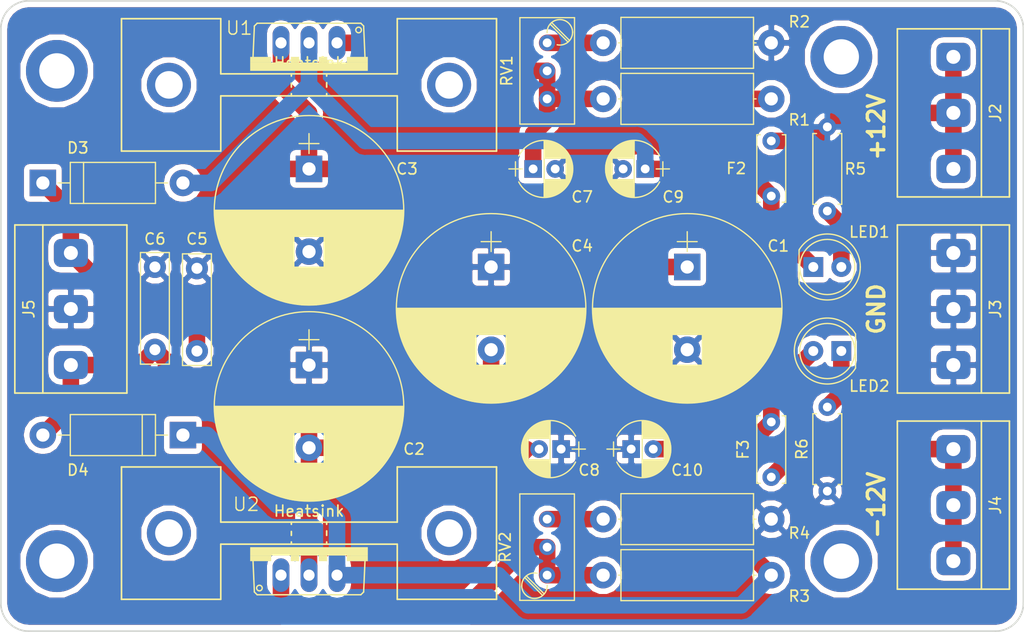
<source format=kicad_pcb>
(kicad_pcb (version 20171130) (host pcbnew "(5.0.0)")
  (layers (0 F.Cu signal) (31 B.Cu signal) (34 B.Paste user) (35 F.Paste user) (36 B.SilkS user) (37 F.SilkS user) (38 B.Mask user) (39 F.Mask user) (44 Edge.Cuts user))
  (net 0 "")
  (net 1 GND)
  (net 2 "Net-(C7-Pad1)")
  (net 3 "Net-(C10-Pad2)")
  (net 4 "Net-(C9-Pad1)")
  (net 5 "Net-(F2-Pad1)")
  (net 6 "Net-(F3-Pad1)")
  (net 7 "Net-(LED1-Pad2)")
  (net 8 "Net-(LED2-Pad1)")
  (net 9 "Net-(R2-Pad1)")
  (net 10 "Net-(R3-Pad2)")
  (net 11 +12_IN)
  (net 12 -12_IN)
  (net 13 "Net-(C8-Pad2)")
  (module Mounting_Holes:MountingHole_3.2mm_M3_DIN965_Pad (layer F.Cu) (at 139.7 63.5)
    (fp_text reference "" (at 0 -3.8) (layer F.SilkS))
    (fp_text value MountingHole_3.2mm_M3_DIN965_Pad)
    (pad "" thru_hole circle (at 0 0) (size 5.6 5.6) (drill 3.2) (layers *.Cu *.Mask))
  )
  (module Mounting_Holes:MountingHole_3.2mm_M3_DIN965_Pad (layer F.Cu) (at 68.58 64.77)
    (fp_text reference "" (at 0 -3.8) (layer F.SilkS))
    (fp_text value MountingHole_3.2mm_M3_DIN965_Pad)
    (pad "" thru_hole circle (at 0 0) (size 5.6 5.6) (drill 3.2) (layers *.Cu *.Mask))
  )
  (module Mounting_Holes:MountingHole_3.2mm_M3_DIN965_Pad (layer F.Cu) (at 139.7 109.22)
    (fp_text reference "" (at 0 -3.8) (layer F.SilkS))
    (fp_text value MountingHole_3.2mm_M3_DIN965_Pad)
    (pad "" thru_hole circle (at 0 0) (size 5.6 5.6) (drill 3.2) (layers *.Cu *.Mask))
  )
  (module "MojaBiblioteka:ALUMINIJUMSKI HLADNJAK TO-220_25" (layer F.Cu) (at 91.44 66.04)
    (fp_text reference Heatsink (at 0 -2) (layer F.SilkS))
    (fp_text value "ALUMINIJUMSKI HLADNJAK TO-220/25")
    (pad 1 thru_hole circle (at 12.7 0) (size 4 4) (drill 2.5) (layers *.Cu *.Mask))
    (pad 1 thru_hole circle (at -12.7 0) (size 4 4) (drill 2.5) (layers *.Cu *.Mask))
  )
  (module "MojaBiblioteka:ALUMINIJUMSKI HLADNJAK TO-220_25" (layer F.Cu) (at 91.44 106.68)
    (fp_text reference Heatsink (at 0 -2) (layer F.SilkS))
    (fp_text value "ALUMINIJUMSKI HLADNJAK TO-220/25")
    (pad 1 thru_hole circle (at -12.7 0) (size 4 4) (drill 2.5) (layers *.Cu *.Mask))
    (pad 1 thru_hole circle (at 12.7 0) (size 4 4) (drill 2.5) (layers *.Cu *.Mask))
  )
  (module Mounting_Holes:MountingHole_3.2mm_M3_DIN965_Pad (layer F.Cu) (at 68.58 109.22)
    (fp_text reference "" (at 0 -3.8) (layer F.SilkS))
    (fp_text value MountingHole_3.2mm_M3_DIN965_Pad)
    (pad "" thru_hole circle (at 0 0) (size 5.6 5.6) (drill 3.2) (layers *.Cu *.Mask))
  )
  (module Capacitors_THT:CP_Radial_D17.0mm_P7.50mm (layer F.Cu) (at 125.73 82.55 270)
    (fp_text reference C1 (at -1.905 -8.255) (layer F.SilkS))
    (fp_text value 4700u)
    (pad 1 thru_hole rect (at 0 0 270) (size 2.4 2.4) (drill 1.2) (layers *.Cu *.Mask) (net 11 +12_IN))
    (pad 2 thru_hole circle (at 7.5 0 270) (size 2.4 2.4) (drill 1.2) (layers *.Cu *.Mask) (net 1 GND))
  )
  (module Capacitors_THT:CP_Radial_D17.0mm_P7.50mm (layer F.Cu) (at 91.44 91.44 270)
    (fp_text reference C2 (at 7.62 -9.525) (layer F.SilkS))
    (fp_text value 4700u)
    (pad 2 thru_hole circle (at 7.5 0 270) (size 2.4 2.4) (drill 1.2) (layers *.Cu *.Mask) (net 12 -12_IN))
    (pad 1 thru_hole rect (at 0 0 270) (size 2.4 2.4) (drill 1.2) (layers *.Cu *.Mask) (net 1 GND))
  )
  (module Capacitors_THT:CP_Radial_D17.0mm_P7.50mm (layer F.Cu) (at 91.44 73.66 270)
    (fp_text reference C3 (at 0 -8.89) (layer F.SilkS))
    (fp_text value 4700u)
    (pad 1 thru_hole rect (at 0 0 270) (size 2.4 2.4) (drill 1.2) (layers *.Cu *.Mask) (net 11 +12_IN))
    (pad 2 thru_hole circle (at 7.5 0 270) (size 2.4 2.4) (drill 1.2) (layers *.Cu *.Mask) (net 1 GND))
  )
  (module Capacitors_THT:CP_Radial_D17.0mm_P7.50mm (layer F.Cu) (at 107.95 82.55 270)
    (fp_text reference C4 (at -1.905 -8.255) (layer F.SilkS))
    (fp_text value 4700u)
    (pad 2 thru_hole circle (at 7.5 0 270) (size 2.4 2.4) (drill 1.2) (layers *.Cu *.Mask) (net 12 -12_IN))
    (pad 1 thru_hole rect (at 0 0 270) (size 2.4 2.4) (drill 1.2) (layers *.Cu *.Mask) (net 1 GND))
  )
  (module Capacitors_THT:C_Rect_L10.0mm_W2.5mm_P7.50mm_MKS4 (layer F.Cu) (at 81.28 90.17 90)
    (fp_text reference C5 (at 10.16 0 180) (layer F.SilkS))
    (fp_text value 100n)
    (pad 1 thru_hole circle (at 0 0 90) (size 2 2) (drill 1) (layers *.Cu *.Mask) (net 11 +12_IN))
    (pad 2 thru_hole circle (at 7.5 0 90) (size 2 2) (drill 1) (layers *.Cu *.Mask) (net 1 GND))
  )
  (module Capacitors_THT:C_Rect_L10.0mm_W2.5mm_P7.50mm_MKS4 (layer F.Cu) (at 77.47 82.55 270)
    (fp_text reference C6 (at -2.54 0) (layer F.SilkS))
    (fp_text value 100n)
    (pad 2 thru_hole circle (at 7.5 0 270) (size 2 2) (drill 1) (layers *.Cu *.Mask) (net 12 -12_IN))
    (pad 1 thru_hole circle (at 0 0 270) (size 2 2) (drill 1) (layers *.Cu *.Mask) (net 1 GND))
  )
  (module Capacitors_THT:CP_Radial_D5.0mm_P2.00mm (layer F.Cu) (at 111.76 73.66)
    (fp_text reference C7 (at 4.445 2.54) (layer F.SilkS))
    (fp_text value 10u)
    (pad 1 thru_hole rect (at 0 0) (size 1.6 1.6) (drill 0.8) (layers *.Cu *.Mask) (net 2 "Net-(C7-Pad1)"))
    (pad 2 thru_hole circle (at 2 0) (size 1.6 1.6) (drill 0.8) (layers *.Cu *.Mask) (net 1 GND))
  )
  (module Capacitors_THT:CP_Radial_D5.0mm_P2.00mm (layer F.Cu) (at 114.3 99.06 180)
    (fp_text reference C8 (at -2.54 -1.905 180) (layer F.SilkS))
    (fp_text value 10u)
    (pad 2 thru_hole circle (at 2 0 180) (size 1.6 1.6) (drill 0.8) (layers *.Cu *.Mask) (net 13 "Net-(C8-Pad2)"))
    (pad 1 thru_hole rect (at 0 0 180) (size 1.6 1.6) (drill 0.8) (layers *.Cu *.Mask) (net 1 GND))
  )
  (module Capacitors_THT:CP_Radial_D5.0mm_P2.00mm (layer F.Cu) (at 121.92 73.66 180)
    (fp_text reference C9 (at -2.54 -2.54 180) (layer F.SilkS))
    (fp_text value 10u)
    (pad 2 thru_hole circle (at 2 0 180) (size 1.6 1.6) (drill 0.8) (layers *.Cu *.Mask) (net 1 GND))
    (pad 1 thru_hole rect (at 0 0 180) (size 1.6 1.6) (drill 0.8) (layers *.Cu *.Mask) (net 4 "Net-(C9-Pad1)"))
  )
  (module Capacitors_THT:CP_Radial_D5.0mm_P2.00mm (layer F.Cu) (at 120.65 99.06)
    (fp_text reference C10 (at 5.08 1.905) (layer F.SilkS))
    (fp_text value 10u)
    (pad 1 thru_hole rect (at 0 0) (size 1.6 1.6) (drill 0.8) (layers *.Cu *.Mask) (net 1 GND))
    (pad 2 thru_hole circle (at 2 0) (size 1.6 1.6) (drill 0.8) (layers *.Cu *.Mask) (net 3 "Net-(C10-Pad2)"))
  )
  (module Diodes_THT:D_DO-15_P12.70mm_Horizontal (layer F.Cu) (at 67.31 74.93)
    (fp_text reference D3 (at 3.175 -3.175) (layer F.SilkS))
    (fp_text value 1N4007)
    (pad 2 thru_hole oval (at 12.7 0) (size 2.4 2.4) (drill 1.2) (layers *.Cu *.Mask) (net 4 "Net-(C9-Pad1)"))
    (pad 1 thru_hole rect (at 0 0) (size 2.4 2.4) (drill 1.2) (layers *.Cu *.Mask) (net 11 +12_IN))
  )
  (module Diodes_THT:D_DO-15_P12.70mm_Horizontal (layer F.Cu) (at 80.01 97.79 180)
    (fp_text reference D4 (at 9.525 -3.175 180) (layer F.SilkS))
    (fp_text value 1N4007)
    (pad 1 thru_hole rect (at 0 0 180) (size 2.4 2.4) (drill 1.2) (layers *.Cu *.Mask) (net 3 "Net-(C10-Pad2)"))
    (pad 2 thru_hole oval (at 12.7 0 180) (size 2.4 2.4) (drill 1.2) (layers *.Cu *.Mask) (net 12 -12_IN))
  )
  (module Capacitors_THT:C_Disc_D6.0mm_W2.5mm_P5.00mm (layer F.Cu) (at 133.35 71.12 270)
    (fp_text reference F2 (at 2.5 3.175) (layer F.SilkS))
    (fp_text value 1.6A)
    (pad 2 thru_hole circle (at 5 0 270) (size 1.6 1.6) (drill 0.8) (layers *.Cu *.Mask) (net 4 "Net-(C9-Pad1)"))
    (pad 1 thru_hole circle (at 0 0 270) (size 1.6 1.6) (drill 0.8) (layers *.Cu *.Mask) (net 5 "Net-(F2-Pad1)"))
  )
  (module Capacitors_THT:C_Disc_D6.0mm_W2.5mm_P5.00mm (layer F.Cu) (at 133.35 101.6 90)
    (fp_text reference F3 (at 2.5 -2.56 90) (layer F.SilkS))
    (fp_text value 1.6A)
    (pad 1 thru_hole circle (at 0 0 90) (size 1.6 1.6) (drill 0.8) (layers *.Cu *.Mask) (net 6 "Net-(F3-Pad1)"))
    (pad 2 thru_hole circle (at 5 0 90) (size 1.6 1.6) (drill 0.8) (layers *.Cu *.Mask) (net 3 "Net-(C10-Pad2)"))
  )
  (module "MojaBiblioteka:Klema x3" (layer F.Cu) (at 69.85 86.36 270)
    (fp_text reference J5 (at 0 3.81 270) (layer F.SilkS))
    (fp_text value "+12 GND -12")
    (pad 1 thru_hole roundrect (at -5.08 0 270) (size 2.54 3.08) (drill 1.27) (layers *.Cu *.Mask) (net 11 +12_IN))
    (pad 2 thru_hole roundrect (at 0 0 270) (size 2.54 3.08) (drill 1.27) (layers *.Cu *.Mask) (net 1 GND))
    (pad 3 thru_hole roundrect (at 5.08 0 270) (size 2.54 3.08) (drill 1.27) (layers *.Cu *.Mask) (net 12 -12_IN))
  )
  (module LEDs:LED_D5.0mm (layer F.Cu) (at 137.16 82.55)
    (fp_text reference LED1 (at 5.08 -3.175) (layer F.SilkS))
    (fp_text value LED)
    (pad 2 thru_hole circle (at 2.54 0) (size 1.8 1.8) (drill 0.9) (layers *.Cu *.Mask) (net 7 "Net-(LED1-Pad2)"))
    (pad 1 thru_hole rect (at 0 0) (size 1.8 1.8) (drill 0.9) (layers *.Cu *.Mask) (net 4 "Net-(C9-Pad1)"))
  )
  (module LEDs:LED_D5.0mm (layer F.Cu) (at 139.7 90.17 180)
    (fp_text reference LED2 (at -2.54 -3.175 180) (layer F.SilkS))
    (fp_text value LED)
    (pad 1 thru_hole rect (at 0 0 180) (size 1.8 1.8) (drill 0.9) (layers *.Cu *.Mask) (net 8 "Net-(LED2-Pad1)"))
    (pad 2 thru_hole circle (at 2.54 0 180) (size 1.8 1.8) (drill 0.9) (layers *.Cu *.Mask) (net 3 "Net-(C10-Pad2)"))
  )
  (module Resistors_THT:R_Axial_DIN0414_L11.9mm_D4.5mm_P15.24mm_Horizontal (layer F.Cu) (at 133.35 67.31 180)
    (fp_text reference R1 (at -2.54 -1.905 180) (layer F.SilkS))
    (fp_text value 240R)
    (pad 1 thru_hole circle (at 0 0 180) (size 2.4 2.4) (drill 1.2) (layers *.Cu *.Mask) (net 4 "Net-(C9-Pad1)"))
    (pad 2 thru_hole oval (at 15.24 0 180) (size 2.4 2.4) (drill 1.2) (layers *.Cu *.Mask) (net 2 "Net-(C7-Pad1)"))
  )
  (module Resistors_THT:R_Axial_DIN0414_L11.9mm_D4.5mm_P15.24mm_Horizontal (layer F.Cu) (at 118.11 62.23)
    (fp_text reference R2 (at 17.78 -1.905) (layer F.SilkS))
    (fp_text value 1k2)
    (pad 1 thru_hole circle (at 0 0) (size 2.4 2.4) (drill 1.2) (layers *.Cu *.Mask) (net 9 "Net-(R2-Pad1)"))
    (pad 2 thru_hole oval (at 15.24 0) (size 2.4 2.4) (drill 1.2) (layers *.Cu *.Mask) (net 1 GND))
  )
  (module Resistors_THT:R_Axial_DIN0414_L11.9mm_D4.5mm_P15.24mm_Horizontal (layer F.Cu) (at 133.35 105.41 180)
    (fp_text reference R3 (at -2.54 -6.985 180) (layer F.SilkS))
    (fp_text value 1k2)
    (pad 2 thru_hole oval (at 15.24 0 180) (size 2.4 2.4) (drill 1.2) (layers *.Cu *.Mask) (net 10 "Net-(R3-Pad2)"))
    (pad 1 thru_hole circle (at 0 0 180) (size 2.4 2.4) (drill 1.2) (layers *.Cu *.Mask) (net 1 GND))
  )
  (module Resistors_THT:R_Axial_DIN0414_L11.9mm_D4.5mm_P15.24mm_Horizontal (layer F.Cu) (at 118.11 110.49)
    (fp_text reference R4 (at 17.78 -3.81) (layer F.SilkS))
    (fp_text value 240R)
    (pad 1 thru_hole circle (at 0 0) (size 2.4 2.4) (drill 1.2) (layers *.Cu *.Mask) (net 13 "Net-(C8-Pad2)"))
    (pad 2 thru_hole oval (at 15.24 0) (size 2.4 2.4) (drill 1.2) (layers *.Cu *.Mask) (net 3 "Net-(C10-Pad2)"))
  )
  (module Potentiometers:Potentiometer_Trimmer_Bourns_3296W (layer F.Cu) (at 113.03 62.23 90)
    (fp_text reference RV1 (at -2.54 -3.66 90) (layer F.SilkS))
    (fp_text value 2k)
    (pad 3 thru_hole circle (at -5.08 0 90) (size 1.44 1.44) (drill 0.8) (layers *.Cu *.Mask) (net 2 "Net-(C7-Pad1)"))
    (pad 2 thru_hole circle (at -2.54 0 90) (size 1.44 1.44) (drill 0.8) (layers *.Cu *.Mask) (net 2 "Net-(C7-Pad1)"))
    (pad 1 thru_hole circle (at 0 0 90) (size 1.44 1.44) (drill 0.8) (layers *.Cu *.Mask) (net 9 "Net-(R2-Pad1)"))
  )
  (module Potentiometers:Potentiometer_Trimmer_Bourns_3296W (layer F.Cu) (at 113.03 110.49 270)
    (fp_text reference RV2 (at -2.54 3.81 270) (layer F.SilkS))
    (fp_text value 2k)
    (pad 1 thru_hole circle (at 0 0 270) (size 1.44 1.44) (drill 0.8) (layers *.Cu *.Mask) (net 13 "Net-(C8-Pad2)"))
    (pad 2 thru_hole circle (at -2.54 0 270) (size 1.44 1.44) (drill 0.8) (layers *.Cu *.Mask) (net 13 "Net-(C8-Pad2)"))
    (pad 3 thru_hole circle (at -5.08 0 270) (size 1.44 1.44) (drill 0.8) (layers *.Cu *.Mask) (net 10 "Net-(R3-Pad2)"))
  )
  (module MusicThingModular:TO220V (layer F.Cu) (at 91.44 64.77 180)
    (fp_text reference U1 (at 7.62 3.175 180) (layer F.SilkS) (effects (font (size 1.2065 1.2065) (thickness 0.127)) (justify left bottom)))
    (fp_text value LM317)
    (pad 3 thru_hole oval (at 2.54 2.54 270) (size 3.048 1.524) (drill 1.016) (layers *.Cu *.Mask) (net 11 +12_IN))
    (pad 2 thru_hole oval (at 0 2.54 270) (size 3.048 1.524) (drill 1.016) (layers *.Cu *.Mask) (net 4 "Net-(C9-Pad1)"))
    (pad 1 thru_hole oval (at -2.54 2.54 270) (size 3.048 1.524) (drill 1.016) (layers *.Cu *.Mask) (net 2 "Net-(C7-Pad1)"))
  )
  (module MusicThingModular:TO220V (layer F.Cu) (at 91.44 107.95)
    (fp_text reference U2 (at -6.985 -3.175) (layer F.SilkS) (effects (font (size 1.2065 1.2065) (thickness 0.127)) (justify left bottom)))
    (fp_text value LM337)
    (pad 1 thru_hole oval (at -2.54 2.54 90) (size 3.048 1.524) (drill 1.016) (layers *.Cu *.Mask) (net 13 "Net-(C8-Pad2)"))
    (pad 2 thru_hole oval (at 0 2.54 90) (size 3.048 1.524) (drill 1.016) (layers *.Cu *.Mask) (net 12 -12_IN))
    (pad 3 thru_hole oval (at 2.54 2.54 90) (size 3.048 1.524) (drill 1.016) (layers *.Cu *.Mask) (net 3 "Net-(C10-Pad2)"))
  )
  (module "MojaBiblioteka:Klema x3" (layer F.Cu) (at 149.86 68.58 90)
    (fp_text reference J2 (at 0 3.81 90) (layer F.SilkS))
    (fp_text value +12V)
    (pad 1 thru_hole roundrect (at -5.08 0 90) (size 2.54 3.08) (drill 1.27) (layers *.Cu *.Mask) (net 5 "Net-(F2-Pad1)"))
    (pad 2 thru_hole roundrect (at 0 0 90) (size 2.54 3.08) (drill 1.27) (layers *.Cu *.Mask) (net 5 "Net-(F2-Pad1)"))
    (pad 3 thru_hole roundrect (at 5.08 0 90) (size 2.54 3.08) (drill 1.27) (layers *.Cu *.Mask) (net 5 "Net-(F2-Pad1)"))
  )
  (module "MojaBiblioteka:Klema x3" (layer F.Cu) (at 149.86 86.36 90)
    (fp_text reference J3 (at 0 3.81 90) (layer F.SilkS))
    (fp_text value GND)
    (pad 3 thru_hole roundrect (at 5.08 0 90) (size 2.54 3.08) (drill 1.27) (layers *.Cu *.Mask) (net 1 GND))
    (pad 2 thru_hole roundrect (at 0 0 90) (size 2.54 3.08) (drill 1.27) (layers *.Cu *.Mask) (net 1 GND))
    (pad 1 thru_hole roundrect (at -5.08 0 90) (size 2.54 3.08) (drill 1.27) (layers *.Cu *.Mask) (net 1 GND))
  )
  (module "MojaBiblioteka:Klema x3" (layer F.Cu) (at 149.86 104.14 90)
    (fp_text reference J4 (at 0 3.81 90) (layer F.SilkS))
    (fp_text value -12V)
    (pad 1 thru_hole roundrect (at -5.08 0 90) (size 2.54 3.08) (drill 1.27) (layers *.Cu *.Mask) (net 6 "Net-(F3-Pad1)"))
    (pad 2 thru_hole roundrect (at 0 0 90) (size 2.54 3.08) (drill 1.27) (layers *.Cu *.Mask) (net 6 "Net-(F3-Pad1)"))
    (pad 3 thru_hole roundrect (at 5.08 0 90) (size 2.54 3.08) (drill 1.27) (layers *.Cu *.Mask) (net 6 "Net-(F3-Pad1)"))
  )
  (module Resistors_THT:R_Axial_DIN0207_L6.3mm_D2.5mm_P7.62mm_Horizontal (layer F.Cu) (at 138.43 77.47 90)
    (fp_text reference R5 (at 3.81 2.54 180) (layer F.SilkS))
    (fp_text value 1k2)
    (pad 1 thru_hole circle (at 0 0 90) (size 1.6 1.6) (drill 0.8) (layers *.Cu *.Mask) (net 7 "Net-(LED1-Pad2)"))
    (pad 2 thru_hole oval (at 7.62 0 90) (size 1.6 1.6) (drill 0.8) (layers *.Cu *.Mask) (net 1 GND))
  )
  (module Resistors_THT:R_Axial_DIN0207_L6.3mm_D2.5mm_P7.62mm_Horizontal (layer F.Cu) (at 138.43 102.87 90)
    (fp_text reference R6 (at 3.81 -2.31 90) (layer F.SilkS))
    (fp_text value 1k2)
    (pad 2 thru_hole oval (at 7.62 0 90) (size 1.6 1.6) (drill 0.8) (layers *.Cu *.Mask) (net 8 "Net-(LED2-Pad1)"))
    (pad 1 thru_hole circle (at 0 0 90) (size 1.6 1.6) (drill 0.8) (layers *.Cu *.Mask) (net 1 GND))
  )
  (gr_text -12V (at 142.875 104.14 90) (layer F.SilkS) (effects (font (size 1.5 1.5) (thickness 0.3))))
  (gr_text GND (at 142.875 86.36 90) (layer F.SilkS) (effects (font (size 1.5 1.5) (thickness 0.3))))
  (gr_text +12V (at 142.875 69.85 90) (layer F.SilkS) (effects (font (size 1.5 1.5) (thickness 0.3))))
  (gr_line (start 156.21 113.03) (end 156.21 60.96) (layer Edge.Cuts) (width 0.15))
  (gr_arc (start 153.67 113.03) (end 153.67 115.57) (angle -90) (layer Edge.Cuts) (width 0.15))
  (gr_arc (start 153.67 60.96) (end 156.21 60.96) (angle -90) (layer Edge.Cuts) (width 0.15))
  (gr_line (start 63.5 60.96) (end 63.5 113.03) (layer Edge.Cuts) (width 0.15))
  (gr_line (start 153.67 58.42) (end 66.04 58.42) (layer Edge.Cuts) (width 0.15))
  (gr_arc (start 66.04 60.96) (end 66.04 58.42) (angle -90) (layer Edge.Cuts) (width 0.15))
  (gr_arc (start 66.04 113.03) (end 63.5 113.03) (angle -90) (layer Edge.Cuts) (width 0.15))
  (gr_line (start 153.67 115.57) (end 66.04 115.57) (layer Edge.Cuts) (width 0.15))
  (segment (start 93.98 62.23) (end 107.95 62.23) (width 1.5) (layer F.Cu) (net 2))
  (segment (start 107.95 62.23) (end 110.49 64.77) (width 1.5) (layer F.Cu) (net 2))
  (segment (start 110.49 64.77) (end 113.03 64.77) (width 1.5) (layer F.Cu) (net 2))
  (segment (start 113.03 64.77) (end 113.03 67.31) (width 1.5) (layer F.Cu) (net 2))
  (segment (start 113.03 67.31) (end 113.03 69.215) (width 1.5) (layer F.Cu) (net 2))
  (segment (start 111.76 70.485) (end 111.76 73.66) (width 1.5) (layer F.Cu) (net 2))
  (segment (start 113.03 69.215) (end 111.76 70.485) (width 1.5) (layer F.Cu) (net 2))
  (segment (start 113.03 67.31) (end 118.11 67.31) (width 1.5) (layer F.Cu) (net 2))
  (segment (start 82.21 97.79) (end 88.56 104.14) (width 1.5) (layer B.Cu) (net 3))
  (segment (start 80.01 97.79) (end 82.21 97.79) (width 1.5) (layer B.Cu) (net 3))
  (segment (start 88.56 104.14) (end 92.71 104.14) (width 1.5) (layer B.Cu) (net 3))
  (segment (start 93.98 105.41) (end 93.98 110.49) (width 1.5) (layer B.Cu) (net 3))
  (segment (start 92.71 104.14) (end 93.98 105.41) (width 1.5) (layer B.Cu) (net 3))
  (segment (start 108.585 110.49) (end 93.98 110.49) (width 1.5) (layer B.Cu) (net 3))
  (segment (start 111.31999 113.22499) (end 108.585 110.49) (width 1.5) (layer B.Cu) (net 3))
  (segment (start 133.35 110.49) (end 130.61501 113.22499) (width 1.5) (layer B.Cu) (net 3))
  (segment (start 130.61501 113.22499) (end 111.31999 113.22499) (width 1.5) (layer B.Cu) (net 3))
  (segment (start 130.89 99.06) (end 133.35 96.6) (width 1.5) (layer F.Cu) (net 3))
  (segment (start 127.635 104.775) (end 127.635 99.06) (width 1.5) (layer F.Cu) (net 3))
  (segment (start 133.35 110.49) (end 127.635 104.775) (width 1.5) (layer F.Cu) (net 3))
  (segment (start 122.65 99.06) (end 127.635 99.06) (width 1.5) (layer F.Cu) (net 3))
  (segment (start 127.635 99.06) (end 130.89 99.06) (width 1.5) (layer F.Cu) (net 3))
  (segment (start 133.35 93.98) (end 137.16 90.17) (width 1.5) (layer F.Cu) (net 3))
  (segment (start 133.35 96.6) (end 133.35 93.98) (width 1.5) (layer F.Cu) (net 3))
  (segment (start 80.01 74.93) (end 82.55 74.93) (width 1.5) (layer B.Cu) (net 4))
  (segment (start 91.44 66.04) (end 91.44 62.23) (width 1.5) (layer B.Cu) (net 4))
  (segment (start 82.55 74.93) (end 91.44 66.04) (width 1.5) (layer B.Cu) (net 4))
  (segment (start 130.89 73.66) (end 133.35 76.12) (width 1.5) (layer F.Cu) (net 4))
  (segment (start 127.635 69.215) (end 127.635 73.66) (width 1.5) (layer F.Cu) (net 4))
  (segment (start 129.54 67.31) (end 127.635 69.215) (width 1.5) (layer F.Cu) (net 4))
  (segment (start 133.35 67.31) (end 129.54 67.31) (width 1.5) (layer F.Cu) (net 4))
  (segment (start 121.92 73.66) (end 127.635 73.66) (width 1.5) (layer F.Cu) (net 4))
  (segment (start 127.635 73.66) (end 130.89 73.66) (width 1.5) (layer F.Cu) (net 4))
  (segment (start 133.35 78.74) (end 137.16 82.55) (width 1.5) (layer F.Cu) (net 4))
  (segment (start 133.35 76.12) (end 133.35 78.74) (width 1.5) (layer F.Cu) (net 4))
  (segment (start 121.92 71.86) (end 121.92 73.66) (width 1.5) (layer B.Cu) (net 4))
  (segment (start 121.18 71.12) (end 121.92 71.86) (width 1.5) (layer B.Cu) (net 4))
  (segment (start 96.52 71.12) (end 121.18 71.12) (width 1.5) (layer B.Cu) (net 4))
  (segment (start 91.44 66.04) (end 96.52 71.12) (width 1.5) (layer B.Cu) (net 4))
  (segment (start 133.35 71.12) (end 137.16 71.12) (width 1.5) (layer F.Cu) (net 5))
  (segment (start 137.16 71.12) (end 139.7 68.58) (width 1.5) (layer F.Cu) (net 5))
  (segment (start 139.7 68.58) (end 147.32 68.58) (width 1.5) (layer F.Cu) (net 5))
  (segment (start 149.86 63.5) (end 149.86 68.58) (width 1.5) (layer F.Cu) (net 5))
  (segment (start 149.86 68.58) (end 149.86 73.66) (width 1.5) (layer F.Cu) (net 5))
  (segment (start 147.32 68.58) (end 149.86 68.58) (width 1.5) (layer F.Cu) (net 5))
  (segment (start 149.86 99.06) (end 149.86 104.14) (width 1.5) (layer F.Cu) (net 6))
  (segment (start 149.86 104.14) (end 149.86 109.22) (width 1.5) (layer F.Cu) (net 6))
  (segment (start 135.89 99.06) (end 149.86 99.06) (width 1.5) (layer F.Cu) (net 6))
  (segment (start 133.35 101.6) (end 135.89 99.06) (width 1.5) (layer F.Cu) (net 6))
  (segment (start 139.7 78.74) (end 138.43 77.47) (width 1.5) (layer F.Cu) (net 7))
  (segment (start 139.7 82.55) (end 139.7 78.74) (width 1.5) (layer F.Cu) (net 7))
  (segment (start 139.7 93.98) (end 138.43 95.25) (width 1.5) (layer F.Cu) (net 8))
  (segment (start 139.7 90.17) (end 139.7 93.98) (width 1.5) (layer F.Cu) (net 8))
  (segment (start 113.03 62.23) (end 118.11 62.23) (width 1.5) (layer F.Cu) (net 9))
  (segment (start 113.03 105.41) (end 118.11 105.41) (width 1.5) (layer F.Cu) (net 10))
  (segment (start 69.85 77.47) (end 67.31 74.93) (width 1.5) (layer F.Cu) (net 11))
  (segment (start 69.85 81.28) (end 69.85 77.47) (width 1.5) (layer F.Cu) (net 11))
  (segment (start 88.9 62.23) (end 88.9 66.04) (width 1.5) (layer F.Cu) (net 11))
  (segment (start 91.44 68.58) (end 91.44 73.66) (width 1.5) (layer F.Cu) (net 11))
  (segment (start 88.9 66.04) (end 91.44 68.58) (width 1.5) (layer F.Cu) (net 11))
  (segment (start 123.53 82.55) (end 119.72 78.74) (width 1.5) (layer F.Cu) (net 11))
  (segment (start 125.73 82.55) (end 123.53 82.55) (width 1.5) (layer F.Cu) (net 11))
  (segment (start 119.72 78.74) (end 99.06 78.74) (width 1.5) (layer F.Cu) (net 11))
  (segment (start 93.98 73.66) (end 91.44 73.66) (width 1.5) (layer F.Cu) (net 11))
  (segment (start 99.06 78.74) (end 93.98 73.66) (width 1.5) (layer F.Cu) (net 11))
  (segment (start 81.28 87.63) (end 81.28 90.17) (width 1.5) (layer F.Cu) (net 11))
  (segment (start 80.01 86.36) (end 81.28 87.63) (width 1.5) (layer F.Cu) (net 11))
  (segment (start 69.85 81.28) (end 74.93 86.36) (width 1.5) (layer F.Cu) (net 11))
  (segment (start 74.93 86.36) (end 80.01 86.36) (width 1.5) (layer F.Cu) (net 11))
  (segment (start 81.28 87.63) (end 86.36 82.55) (width 1.5) (layer F.Cu) (net 11))
  (segment (start 88.9 73.66) (end 91.44 73.66) (width 1.5) (layer F.Cu) (net 11))
  (segment (start 86.36 76.2) (end 88.9 73.66) (width 1.5) (layer F.Cu) (net 11))
  (segment (start 86.36 82.55) (end 86.36 76.2) (width 1.5) (layer F.Cu) (net 11))
  (segment (start 69.85 95.25) (end 67.31 97.79) (width 1.5) (layer F.Cu) (net 12))
  (segment (start 69.85 91.44) (end 69.85 95.25) (width 1.5) (layer F.Cu) (net 12))
  (segment (start 76.08 91.44) (end 77.47 90.05) (width 1.5) (layer F.Cu) (net 12))
  (segment (start 69.85 91.44) (end 76.08 91.44) (width 1.5) (layer F.Cu) (net 12))
  (segment (start 78.469999 91.049999) (end 78.469999 92.439999) (width 1.5) (layer F.Cu) (net 12))
  (segment (start 77.47 90.05) (end 78.469999 91.049999) (width 1.5) (layer F.Cu) (net 12))
  (segment (start 78.469999 92.439999) (end 80.01 93.98) (width 1.5) (layer F.Cu) (net 12))
  (segment (start 80.01 93.98) (end 86.995 93.98) (width 1.5) (layer F.Cu) (net 12))
  (segment (start 86.995 93.98) (end 88.9 95.885) (width 1.5) (layer F.Cu) (net 12))
  (segment (start 88.9 95.885) (end 90.805 95.885) (width 1.5) (layer F.Cu) (net 12))
  (segment (start 91.44 96.52) (end 91.44 98.94) (width 1.5) (layer F.Cu) (net 12))
  (segment (start 90.805 95.885) (end 91.44 96.52) (width 1.5) (layer F.Cu) (net 12))
  (segment (start 107.95 90.05) (end 107.95 93.345) (width 1.5) (layer F.Cu) (net 12))
  (segment (start 102.355 98.94) (end 91.44 98.94) (width 1.5) (layer F.Cu) (net 12))
  (segment (start 107.95 93.345) (end 102.355 98.94) (width 1.5) (layer F.Cu) (net 12))
  (segment (start 91.44 107.966) (end 91.44 98.94) (width 1.5) (layer F.Cu) (net 12))
  (segment (start 91.44 110.49) (end 91.44 107.966) (width 1.5) (layer F.Cu) (net 12))
  (segment (start 118.11 110.49) (end 113.03 110.49) (width 1.5) (layer F.Cu) (net 13))
  (segment (start 113.03 110.49) (end 113.03 107.95) (width 1.5) (layer F.Cu) (net 13))
  (segment (start 111.16863 99.06) (end 109.22 101.00863) (width 1.5) (layer F.Cu) (net 13))
  (segment (start 112.3 99.06) (end 111.16863 99.06) (width 1) (layer F.Cu) (net 13))
  (segment (start 113.03 107.95) (end 111.125 107.95) (width 1.5) (layer F.Cu) (net 13))
  (segment (start 109.22 106.045) (end 109.22 101.00863) (width 1.5) (layer F.Cu) (net 13))
  (segment (start 111.125 107.95) (end 109.22 106.045) (width 1.5) (layer F.Cu) (net 13))
  (segment (start 105.41 113.665) (end 111.125 107.95) (width 1.5) (layer F.Cu) (net 13))
  (segment (start 89.551 113.665) (end 105.41 113.665) (width 1.5) (layer F.Cu) (net 13))
  (segment (start 88.9 110.49) (end 88.9 113.014) (width 1.5) (layer F.Cu) (net 13))
  (segment (start 88.9 113.014) (end 89.551 113.665) (width 1.5) (layer F.Cu) (net 13))
  (zone (net 1) (net_name GND) (layer F.Cu) (connect_pads (clearance 0.508)) (min_thickness 0.254) (fill yes (arc_segments 16) (thermal_gap 0.508) (thermal_bridge_width 0.508) (smoothing fillet) (radius 2.54))
    (polygon (pts (xy 63.5 58.42) (xy 156.21 58.42) (xy 156.21 115.57) (xy 63.5 115.57)))
  )
  (zone (net 1) (net_name GND) (layer B.Cu) (connect_pads (clearance 0.508)) (min_thickness 0.254) (fill yes (arc_segments 16) (thermal_gap 0.508) (thermal_bridge_width 0.508) (smoothing fillet) (radius 2.54))
    (polygon (pts (xy 63.5 58.42) (xy 156.21 58.42) (xy 156.21 115.57) (xy 63.5 115.57)))
  )
)
</source>
